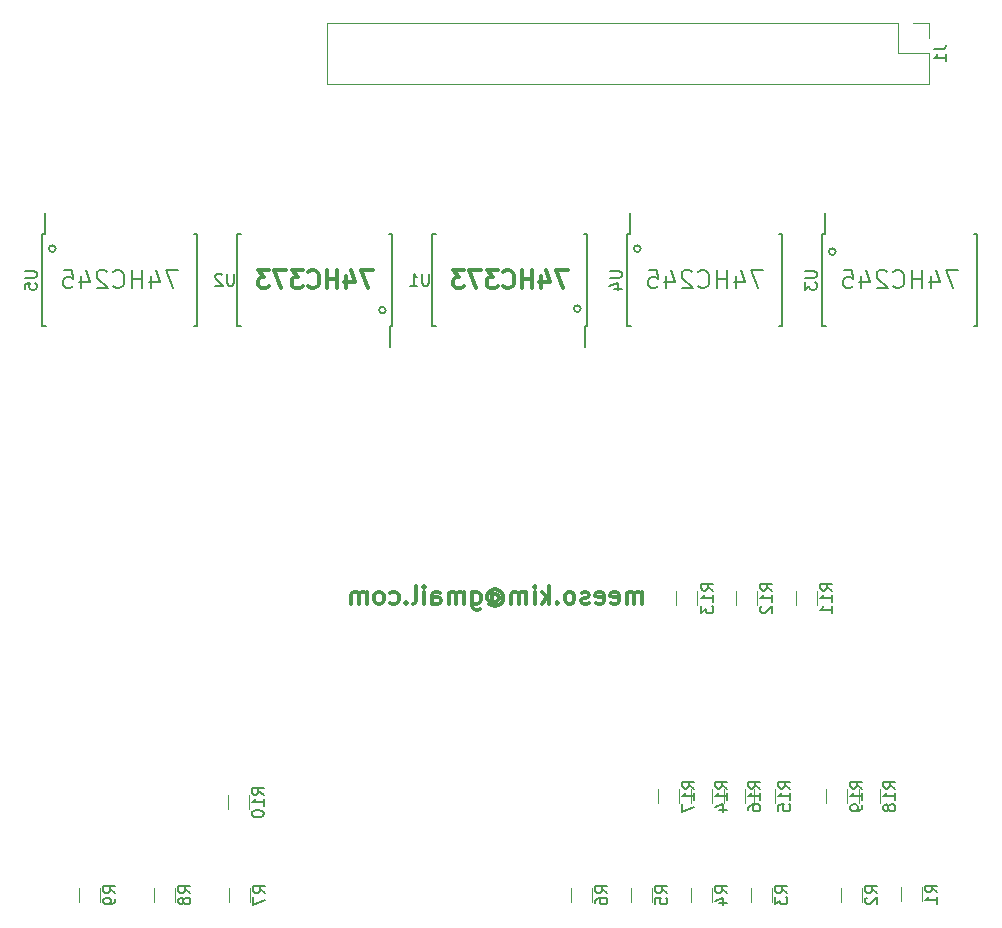
<source format=gbr>
G04 #@! TF.FileFunction,Legend,Bot*
%FSLAX46Y46*%
G04 Gerber Fmt 4.6, Leading zero omitted, Abs format (unit mm)*
G04 Created by KiCad (PCBNEW 4.0.7) date 01/19/18 22:00:22*
%MOMM*%
%LPD*%
G01*
G04 APERTURE LIST*
%ADD10C,0.100000*%
%ADD11C,0.300000*%
%ADD12C,0.200000*%
%ADD13C,0.375000*%
%ADD14C,0.370000*%
%ADD15C,0.120000*%
%ADD16C,0.150000*%
G04 APERTURE END LIST*
D10*
D11*
X182618114Y-103599371D02*
X182618114Y-102599371D01*
X182618114Y-102742229D02*
X182546686Y-102670800D01*
X182403828Y-102599371D01*
X182189543Y-102599371D01*
X182046686Y-102670800D01*
X181975257Y-102813657D01*
X181975257Y-103599371D01*
X181975257Y-102813657D02*
X181903828Y-102670800D01*
X181760971Y-102599371D01*
X181546686Y-102599371D01*
X181403828Y-102670800D01*
X181332400Y-102813657D01*
X181332400Y-103599371D01*
X180046686Y-103527943D02*
X180189543Y-103599371D01*
X180475257Y-103599371D01*
X180618114Y-103527943D01*
X180689543Y-103385086D01*
X180689543Y-102813657D01*
X180618114Y-102670800D01*
X180475257Y-102599371D01*
X180189543Y-102599371D01*
X180046686Y-102670800D01*
X179975257Y-102813657D01*
X179975257Y-102956514D01*
X180689543Y-103099371D01*
X178760972Y-103527943D02*
X178903829Y-103599371D01*
X179189543Y-103599371D01*
X179332400Y-103527943D01*
X179403829Y-103385086D01*
X179403829Y-102813657D01*
X179332400Y-102670800D01*
X179189543Y-102599371D01*
X178903829Y-102599371D01*
X178760972Y-102670800D01*
X178689543Y-102813657D01*
X178689543Y-102956514D01*
X179403829Y-103099371D01*
X178118115Y-103527943D02*
X177975258Y-103599371D01*
X177689543Y-103599371D01*
X177546686Y-103527943D01*
X177475258Y-103385086D01*
X177475258Y-103313657D01*
X177546686Y-103170800D01*
X177689543Y-103099371D01*
X177903829Y-103099371D01*
X178046686Y-103027943D01*
X178118115Y-102885086D01*
X178118115Y-102813657D01*
X178046686Y-102670800D01*
X177903829Y-102599371D01*
X177689543Y-102599371D01*
X177546686Y-102670800D01*
X176618114Y-103599371D02*
X176760972Y-103527943D01*
X176832400Y-103456514D01*
X176903829Y-103313657D01*
X176903829Y-102885086D01*
X176832400Y-102742229D01*
X176760972Y-102670800D01*
X176618114Y-102599371D01*
X176403829Y-102599371D01*
X176260972Y-102670800D01*
X176189543Y-102742229D01*
X176118114Y-102885086D01*
X176118114Y-103313657D01*
X176189543Y-103456514D01*
X176260972Y-103527943D01*
X176403829Y-103599371D01*
X176618114Y-103599371D01*
X175475257Y-103456514D02*
X175403829Y-103527943D01*
X175475257Y-103599371D01*
X175546686Y-103527943D01*
X175475257Y-103456514D01*
X175475257Y-103599371D01*
X174760971Y-103599371D02*
X174760971Y-102099371D01*
X174618114Y-103027943D02*
X174189543Y-103599371D01*
X174189543Y-102599371D02*
X174760971Y-103170800D01*
X173546685Y-103599371D02*
X173546685Y-102599371D01*
X173546685Y-102099371D02*
X173618114Y-102170800D01*
X173546685Y-102242229D01*
X173475257Y-102170800D01*
X173546685Y-102099371D01*
X173546685Y-102242229D01*
X172832399Y-103599371D02*
X172832399Y-102599371D01*
X172832399Y-102742229D02*
X172760971Y-102670800D01*
X172618113Y-102599371D01*
X172403828Y-102599371D01*
X172260971Y-102670800D01*
X172189542Y-102813657D01*
X172189542Y-103599371D01*
X172189542Y-102813657D02*
X172118113Y-102670800D01*
X171975256Y-102599371D01*
X171760971Y-102599371D01*
X171618113Y-102670800D01*
X171546685Y-102813657D01*
X171546685Y-103599371D01*
X169903828Y-102885086D02*
X169975256Y-102813657D01*
X170118113Y-102742229D01*
X170260971Y-102742229D01*
X170403828Y-102813657D01*
X170475256Y-102885086D01*
X170546685Y-103027943D01*
X170546685Y-103170800D01*
X170475256Y-103313657D01*
X170403828Y-103385086D01*
X170260971Y-103456514D01*
X170118113Y-103456514D01*
X169975256Y-103385086D01*
X169903828Y-103313657D01*
X169903828Y-102742229D02*
X169903828Y-103313657D01*
X169832399Y-103385086D01*
X169760971Y-103385086D01*
X169618113Y-103313657D01*
X169546685Y-103170800D01*
X169546685Y-102813657D01*
X169689542Y-102599371D01*
X169903828Y-102456514D01*
X170189542Y-102385086D01*
X170475256Y-102456514D01*
X170689542Y-102599371D01*
X170832399Y-102813657D01*
X170903828Y-103099371D01*
X170832399Y-103385086D01*
X170689542Y-103599371D01*
X170475256Y-103742229D01*
X170189542Y-103813657D01*
X169903828Y-103742229D01*
X169689542Y-103599371D01*
X168260971Y-102599371D02*
X168260971Y-103813657D01*
X168332400Y-103956514D01*
X168403828Y-104027943D01*
X168546685Y-104099371D01*
X168760971Y-104099371D01*
X168903828Y-104027943D01*
X168260971Y-103527943D02*
X168403828Y-103599371D01*
X168689542Y-103599371D01*
X168832400Y-103527943D01*
X168903828Y-103456514D01*
X168975257Y-103313657D01*
X168975257Y-102885086D01*
X168903828Y-102742229D01*
X168832400Y-102670800D01*
X168689542Y-102599371D01*
X168403828Y-102599371D01*
X168260971Y-102670800D01*
X167546685Y-103599371D02*
X167546685Y-102599371D01*
X167546685Y-102742229D02*
X167475257Y-102670800D01*
X167332399Y-102599371D01*
X167118114Y-102599371D01*
X166975257Y-102670800D01*
X166903828Y-102813657D01*
X166903828Y-103599371D01*
X166903828Y-102813657D02*
X166832399Y-102670800D01*
X166689542Y-102599371D01*
X166475257Y-102599371D01*
X166332399Y-102670800D01*
X166260971Y-102813657D01*
X166260971Y-103599371D01*
X164903828Y-103599371D02*
X164903828Y-102813657D01*
X164975257Y-102670800D01*
X165118114Y-102599371D01*
X165403828Y-102599371D01*
X165546685Y-102670800D01*
X164903828Y-103527943D02*
X165046685Y-103599371D01*
X165403828Y-103599371D01*
X165546685Y-103527943D01*
X165618114Y-103385086D01*
X165618114Y-103242229D01*
X165546685Y-103099371D01*
X165403828Y-103027943D01*
X165046685Y-103027943D01*
X164903828Y-102956514D01*
X164189542Y-103599371D02*
X164189542Y-102599371D01*
X164189542Y-102099371D02*
X164260971Y-102170800D01*
X164189542Y-102242229D01*
X164118114Y-102170800D01*
X164189542Y-102099371D01*
X164189542Y-102242229D01*
X163260970Y-103599371D02*
X163403828Y-103527943D01*
X163475256Y-103385086D01*
X163475256Y-102099371D01*
X162689542Y-103456514D02*
X162618114Y-103527943D01*
X162689542Y-103599371D01*
X162760971Y-103527943D01*
X162689542Y-103456514D01*
X162689542Y-103599371D01*
X161332399Y-103527943D02*
X161475256Y-103599371D01*
X161760970Y-103599371D01*
X161903828Y-103527943D01*
X161975256Y-103456514D01*
X162046685Y-103313657D01*
X162046685Y-102885086D01*
X161975256Y-102742229D01*
X161903828Y-102670800D01*
X161760970Y-102599371D01*
X161475256Y-102599371D01*
X161332399Y-102670800D01*
X160475256Y-103599371D02*
X160618114Y-103527943D01*
X160689542Y-103456514D01*
X160760971Y-103313657D01*
X160760971Y-102885086D01*
X160689542Y-102742229D01*
X160618114Y-102670800D01*
X160475256Y-102599371D01*
X160260971Y-102599371D01*
X160118114Y-102670800D01*
X160046685Y-102742229D01*
X159975256Y-102885086D01*
X159975256Y-103313657D01*
X160046685Y-103456514D01*
X160118114Y-103527943D01*
X160260971Y-103599371D01*
X160475256Y-103599371D01*
X159332399Y-103599371D02*
X159332399Y-102599371D01*
X159332399Y-102742229D02*
X159260971Y-102670800D01*
X159118113Y-102599371D01*
X158903828Y-102599371D01*
X158760971Y-102670800D01*
X158689542Y-102813657D01*
X158689542Y-103599371D01*
X158689542Y-102813657D02*
X158618113Y-102670800D01*
X158475256Y-102599371D01*
X158260971Y-102599371D01*
X158118113Y-102670800D01*
X158046685Y-102813657D01*
X158046685Y-103599371D01*
D12*
X199038981Y-73787000D02*
G75*
G03X199038981Y-73787000I-283981J0D01*
G01*
X182528981Y-73533000D02*
G75*
G03X182528981Y-73533000I-283981J0D01*
G01*
X177448981Y-78613000D02*
G75*
G03X177448981Y-78613000I-283981J0D01*
G01*
X160938981Y-78740000D02*
G75*
G03X160938981Y-78740000I-283981J0D01*
G01*
D13*
X176342856Y-75378571D02*
X175342856Y-75378571D01*
X175985713Y-76878571D01*
X174128571Y-75878571D02*
X174128571Y-76878571D01*
X174485714Y-75307143D02*
X174842857Y-76378571D01*
X173914285Y-76378571D01*
X173342857Y-76878571D02*
X173342857Y-75378571D01*
X173342857Y-76092857D02*
X172485714Y-76092857D01*
X172485714Y-76878571D02*
X172485714Y-75378571D01*
X170914285Y-76735714D02*
X170985714Y-76807143D01*
X171200000Y-76878571D01*
X171342857Y-76878571D01*
X171557142Y-76807143D01*
X171700000Y-76664286D01*
X171771428Y-76521429D01*
X171842857Y-76235714D01*
X171842857Y-76021429D01*
X171771428Y-75735714D01*
X171700000Y-75592857D01*
X171557142Y-75450000D01*
X171342857Y-75378571D01*
X171200000Y-75378571D01*
X170985714Y-75450000D01*
X170914285Y-75521429D01*
X170414285Y-75378571D02*
X169485714Y-75378571D01*
X169985714Y-75950000D01*
X169771428Y-75950000D01*
X169628571Y-76021429D01*
X169557142Y-76092857D01*
X169485714Y-76235714D01*
X169485714Y-76592857D01*
X169557142Y-76735714D01*
X169628571Y-76807143D01*
X169771428Y-76878571D01*
X170200000Y-76878571D01*
X170342857Y-76807143D01*
X170414285Y-76735714D01*
X168985714Y-75378571D02*
X167985714Y-75378571D01*
X168628571Y-76878571D01*
X167557143Y-75378571D02*
X166628572Y-75378571D01*
X167128572Y-75950000D01*
X166914286Y-75950000D01*
X166771429Y-76021429D01*
X166700000Y-76092857D01*
X166628572Y-76235714D01*
X166628572Y-76592857D01*
X166700000Y-76735714D01*
X166771429Y-76807143D01*
X166914286Y-76878571D01*
X167342858Y-76878571D01*
X167485715Y-76807143D01*
X167557143Y-76735714D01*
D14*
X159832856Y-75378571D02*
X158832856Y-75378571D01*
X159475713Y-76878571D01*
X157618571Y-75878571D02*
X157618571Y-76878571D01*
X157975714Y-75307143D02*
X158332857Y-76378571D01*
X157404285Y-76378571D01*
X156832857Y-76878571D02*
X156832857Y-75378571D01*
X156832857Y-76092857D02*
X155975714Y-76092857D01*
X155975714Y-76878571D02*
X155975714Y-75378571D01*
X154404285Y-76735714D02*
X154475714Y-76807143D01*
X154690000Y-76878571D01*
X154832857Y-76878571D01*
X155047142Y-76807143D01*
X155190000Y-76664286D01*
X155261428Y-76521429D01*
X155332857Y-76235714D01*
X155332857Y-76021429D01*
X155261428Y-75735714D01*
X155190000Y-75592857D01*
X155047142Y-75450000D01*
X154832857Y-75378571D01*
X154690000Y-75378571D01*
X154475714Y-75450000D01*
X154404285Y-75521429D01*
X153904285Y-75378571D02*
X152975714Y-75378571D01*
X153475714Y-75950000D01*
X153261428Y-75950000D01*
X153118571Y-76021429D01*
X153047142Y-76092857D01*
X152975714Y-76235714D01*
X152975714Y-76592857D01*
X153047142Y-76735714D01*
X153118571Y-76807143D01*
X153261428Y-76878571D01*
X153690000Y-76878571D01*
X153832857Y-76807143D01*
X153904285Y-76735714D01*
X152475714Y-75378571D02*
X151475714Y-75378571D01*
X152118571Y-76878571D01*
X151047143Y-75378571D02*
X150118572Y-75378571D01*
X150618572Y-75950000D01*
X150404286Y-75950000D01*
X150261429Y-76021429D01*
X150190000Y-76092857D01*
X150118572Y-76235714D01*
X150118572Y-76592857D01*
X150190000Y-76735714D01*
X150261429Y-76807143D01*
X150404286Y-76878571D01*
X150832858Y-76878571D01*
X150975715Y-76807143D01*
X151047143Y-76735714D01*
D12*
X143322856Y-75378571D02*
X142322856Y-75378571D01*
X142965713Y-76878571D01*
X141108571Y-75878571D02*
X141108571Y-76878571D01*
X141465714Y-75307143D02*
X141822857Y-76378571D01*
X140894285Y-76378571D01*
X140322857Y-76878571D02*
X140322857Y-75378571D01*
X140322857Y-76092857D02*
X139465714Y-76092857D01*
X139465714Y-76878571D02*
X139465714Y-75378571D01*
X137894285Y-76735714D02*
X137965714Y-76807143D01*
X138180000Y-76878571D01*
X138322857Y-76878571D01*
X138537142Y-76807143D01*
X138680000Y-76664286D01*
X138751428Y-76521429D01*
X138822857Y-76235714D01*
X138822857Y-76021429D01*
X138751428Y-75735714D01*
X138680000Y-75592857D01*
X138537142Y-75450000D01*
X138322857Y-75378571D01*
X138180000Y-75378571D01*
X137965714Y-75450000D01*
X137894285Y-75521429D01*
X137322857Y-75521429D02*
X137251428Y-75450000D01*
X137108571Y-75378571D01*
X136751428Y-75378571D01*
X136608571Y-75450000D01*
X136537142Y-75521429D01*
X136465714Y-75664286D01*
X136465714Y-75807143D01*
X136537142Y-76021429D01*
X137394285Y-76878571D01*
X136465714Y-76878571D01*
X135180000Y-75878571D02*
X135180000Y-76878571D01*
X135537143Y-75307143D02*
X135894286Y-76378571D01*
X134965714Y-76378571D01*
X133680000Y-75378571D02*
X134394286Y-75378571D01*
X134465715Y-76092857D01*
X134394286Y-76021429D01*
X134251429Y-75950000D01*
X133894286Y-75950000D01*
X133751429Y-76021429D01*
X133680000Y-76092857D01*
X133608572Y-76235714D01*
X133608572Y-76592857D01*
X133680000Y-76735714D01*
X133751429Y-76807143D01*
X133894286Y-76878571D01*
X134251429Y-76878571D01*
X134394286Y-76807143D01*
X134465715Y-76735714D01*
X192852856Y-75378571D02*
X191852856Y-75378571D01*
X192495713Y-76878571D01*
X190638571Y-75878571D02*
X190638571Y-76878571D01*
X190995714Y-75307143D02*
X191352857Y-76378571D01*
X190424285Y-76378571D01*
X189852857Y-76878571D02*
X189852857Y-75378571D01*
X189852857Y-76092857D02*
X188995714Y-76092857D01*
X188995714Y-76878571D02*
X188995714Y-75378571D01*
X187424285Y-76735714D02*
X187495714Y-76807143D01*
X187710000Y-76878571D01*
X187852857Y-76878571D01*
X188067142Y-76807143D01*
X188210000Y-76664286D01*
X188281428Y-76521429D01*
X188352857Y-76235714D01*
X188352857Y-76021429D01*
X188281428Y-75735714D01*
X188210000Y-75592857D01*
X188067142Y-75450000D01*
X187852857Y-75378571D01*
X187710000Y-75378571D01*
X187495714Y-75450000D01*
X187424285Y-75521429D01*
X186852857Y-75521429D02*
X186781428Y-75450000D01*
X186638571Y-75378571D01*
X186281428Y-75378571D01*
X186138571Y-75450000D01*
X186067142Y-75521429D01*
X185995714Y-75664286D01*
X185995714Y-75807143D01*
X186067142Y-76021429D01*
X186924285Y-76878571D01*
X185995714Y-76878571D01*
X184710000Y-75878571D02*
X184710000Y-76878571D01*
X185067143Y-75307143D02*
X185424286Y-76378571D01*
X184495714Y-76378571D01*
X183210000Y-75378571D02*
X183924286Y-75378571D01*
X183995715Y-76092857D01*
X183924286Y-76021429D01*
X183781429Y-75950000D01*
X183424286Y-75950000D01*
X183281429Y-76021429D01*
X183210000Y-76092857D01*
X183138572Y-76235714D01*
X183138572Y-76592857D01*
X183210000Y-76735714D01*
X183281429Y-76807143D01*
X183424286Y-76878571D01*
X183781429Y-76878571D01*
X183924286Y-76807143D01*
X183995715Y-76735714D01*
X209362856Y-75378571D02*
X208362856Y-75378571D01*
X209005713Y-76878571D01*
X207148571Y-75878571D02*
X207148571Y-76878571D01*
X207505714Y-75307143D02*
X207862857Y-76378571D01*
X206934285Y-76378571D01*
X206362857Y-76878571D02*
X206362857Y-75378571D01*
X206362857Y-76092857D02*
X205505714Y-76092857D01*
X205505714Y-76878571D02*
X205505714Y-75378571D01*
X203934285Y-76735714D02*
X204005714Y-76807143D01*
X204220000Y-76878571D01*
X204362857Y-76878571D01*
X204577142Y-76807143D01*
X204720000Y-76664286D01*
X204791428Y-76521429D01*
X204862857Y-76235714D01*
X204862857Y-76021429D01*
X204791428Y-75735714D01*
X204720000Y-75592857D01*
X204577142Y-75450000D01*
X204362857Y-75378571D01*
X204220000Y-75378571D01*
X204005714Y-75450000D01*
X203934285Y-75521429D01*
X203362857Y-75521429D02*
X203291428Y-75450000D01*
X203148571Y-75378571D01*
X202791428Y-75378571D01*
X202648571Y-75450000D01*
X202577142Y-75521429D01*
X202505714Y-75664286D01*
X202505714Y-75807143D01*
X202577142Y-76021429D01*
X203434285Y-76878571D01*
X202505714Y-76878571D01*
X201220000Y-75878571D02*
X201220000Y-76878571D01*
X201577143Y-75307143D02*
X201934286Y-76378571D01*
X201005714Y-76378571D01*
X199720000Y-75378571D02*
X200434286Y-75378571D01*
X200505715Y-76092857D01*
X200434286Y-76021429D01*
X200291429Y-75950000D01*
X199934286Y-75950000D01*
X199791429Y-76021429D01*
X199720000Y-76092857D01*
X199648572Y-76235714D01*
X199648572Y-76592857D01*
X199720000Y-76735714D01*
X199791429Y-76807143D01*
X199934286Y-76878571D01*
X200291429Y-76878571D01*
X200434286Y-76807143D01*
X200505715Y-76735714D01*
X132998981Y-73533000D02*
G75*
G03X132998981Y-73533000I-283981J0D01*
G01*
D15*
X204606000Y-127590000D02*
X204606000Y-128790000D01*
X206366000Y-128790000D02*
X206366000Y-127590000D01*
X199526000Y-127670000D02*
X199526000Y-128870000D01*
X201286000Y-128870000D02*
X201286000Y-127670000D01*
X191906000Y-127670000D02*
X191906000Y-128870000D01*
X193666000Y-128870000D02*
X193666000Y-127670000D01*
X186826000Y-127670000D02*
X186826000Y-128870000D01*
X188586000Y-128870000D02*
X188586000Y-127670000D01*
X181746000Y-127670000D02*
X181746000Y-128870000D01*
X183506000Y-128870000D02*
X183506000Y-127670000D01*
X176666000Y-127670000D02*
X176666000Y-128870000D01*
X178426000Y-128870000D02*
X178426000Y-127670000D01*
X147710000Y-127670000D02*
X147710000Y-128870000D01*
X149470000Y-128870000D02*
X149470000Y-127670000D01*
X141360000Y-127670000D02*
X141360000Y-128870000D01*
X143120000Y-128870000D02*
X143120000Y-127670000D01*
X135010000Y-127670000D02*
X135010000Y-128870000D01*
X136770000Y-128870000D02*
X136770000Y-127670000D01*
X147583000Y-119796000D02*
X147583000Y-120996000D01*
X149343000Y-120996000D02*
X149343000Y-119796000D01*
X195716000Y-102524000D02*
X195716000Y-103724000D01*
X197476000Y-103724000D02*
X197476000Y-102524000D01*
D16*
X178025000Y-80075000D02*
X177775000Y-80075000D01*
X178025000Y-72325000D02*
X177690000Y-72325000D01*
X164875000Y-72325000D02*
X165210000Y-72325000D01*
X164875000Y-80075000D02*
X165210000Y-80075000D01*
X178025000Y-80075000D02*
X178025000Y-72325000D01*
X164875000Y-80075000D02*
X164875000Y-72325000D01*
X177775000Y-80075000D02*
X177775000Y-81875000D01*
X161515000Y-80075000D02*
X161265000Y-80075000D01*
X161515000Y-72325000D02*
X161180000Y-72325000D01*
X148365000Y-72325000D02*
X148700000Y-72325000D01*
X148365000Y-80075000D02*
X148700000Y-80075000D01*
X161515000Y-80075000D02*
X161515000Y-72325000D01*
X148365000Y-80075000D02*
X148365000Y-72325000D01*
X161265000Y-80075000D02*
X161265000Y-81875000D01*
X197895000Y-72325000D02*
X198145000Y-72325000D01*
X197895000Y-80075000D02*
X198230000Y-80075000D01*
X211045000Y-80075000D02*
X210710000Y-80075000D01*
X211045000Y-72325000D02*
X210710000Y-72325000D01*
X197895000Y-72325000D02*
X197895000Y-80075000D01*
X211045000Y-72325000D02*
X211045000Y-80075000D01*
X198145000Y-72325000D02*
X198145000Y-70525000D01*
X181385000Y-72325000D02*
X181635000Y-72325000D01*
X181385000Y-80075000D02*
X181720000Y-80075000D01*
X194535000Y-80075000D02*
X194200000Y-80075000D01*
X194535000Y-72325000D02*
X194200000Y-72325000D01*
X181385000Y-72325000D02*
X181385000Y-80075000D01*
X194535000Y-72325000D02*
X194535000Y-80075000D01*
X181635000Y-72325000D02*
X181635000Y-70525000D01*
X131855000Y-72325000D02*
X132105000Y-72325000D01*
X131855000Y-80075000D02*
X132190000Y-80075000D01*
X145005000Y-80075000D02*
X144670000Y-80075000D01*
X145005000Y-72325000D02*
X144670000Y-72325000D01*
X131855000Y-72325000D02*
X131855000Y-80075000D01*
X145005000Y-72325000D02*
X145005000Y-80075000D01*
X132105000Y-72325000D02*
X132105000Y-70525000D01*
D15*
X190636000Y-102524000D02*
X190636000Y-103724000D01*
X192396000Y-103724000D02*
X192396000Y-102524000D01*
X187316000Y-103724000D02*
X187316000Y-102524000D01*
X185556000Y-102524000D02*
X185556000Y-103724000D01*
X204302000Y-54397600D02*
X155982000Y-54397600D01*
X155982000Y-54397600D02*
X155982000Y-59597600D01*
X155982000Y-59597600D02*
X206902000Y-59597600D01*
X206902000Y-59597600D02*
X206902000Y-56997600D01*
X206902000Y-56997600D02*
X204302000Y-56997600D01*
X204302000Y-56997600D02*
X204302000Y-54397600D01*
X205572000Y-54397600D02*
X206902000Y-54397600D01*
X206902000Y-54397600D02*
X206902000Y-55667600D01*
X186826000Y-119288000D02*
X186826000Y-120488000D01*
X188586000Y-120488000D02*
X188586000Y-119288000D01*
X192160000Y-119288000D02*
X192160000Y-120488000D01*
X193920000Y-120488000D02*
X193920000Y-119288000D01*
X189620000Y-119288000D02*
X189620000Y-120488000D01*
X191380000Y-120488000D02*
X191380000Y-119288000D01*
X184032000Y-119288000D02*
X184032000Y-120488000D01*
X185792000Y-120488000D02*
X185792000Y-119288000D01*
X201050000Y-119288000D02*
X201050000Y-120488000D01*
X202810000Y-120488000D02*
X202810000Y-119288000D01*
X198256000Y-119288000D02*
X198256000Y-120488000D01*
X200016000Y-120488000D02*
X200016000Y-119288000D01*
D16*
X207638381Y-128023334D02*
X207162190Y-127690000D01*
X207638381Y-127451905D02*
X206638381Y-127451905D01*
X206638381Y-127832858D01*
X206686000Y-127928096D01*
X206733619Y-127975715D01*
X206828857Y-128023334D01*
X206971714Y-128023334D01*
X207066952Y-127975715D01*
X207114571Y-127928096D01*
X207162190Y-127832858D01*
X207162190Y-127451905D01*
X207638381Y-128975715D02*
X207638381Y-128404286D01*
X207638381Y-128690000D02*
X206638381Y-128690000D01*
X206781238Y-128594762D01*
X206876476Y-128499524D01*
X206924095Y-128404286D01*
X202558381Y-128103334D02*
X202082190Y-127770000D01*
X202558381Y-127531905D02*
X201558381Y-127531905D01*
X201558381Y-127912858D01*
X201606000Y-128008096D01*
X201653619Y-128055715D01*
X201748857Y-128103334D01*
X201891714Y-128103334D01*
X201986952Y-128055715D01*
X202034571Y-128008096D01*
X202082190Y-127912858D01*
X202082190Y-127531905D01*
X201653619Y-128484286D02*
X201606000Y-128531905D01*
X201558381Y-128627143D01*
X201558381Y-128865239D01*
X201606000Y-128960477D01*
X201653619Y-129008096D01*
X201748857Y-129055715D01*
X201844095Y-129055715D01*
X201986952Y-129008096D01*
X202558381Y-128436667D01*
X202558381Y-129055715D01*
X194938381Y-128103334D02*
X194462190Y-127770000D01*
X194938381Y-127531905D02*
X193938381Y-127531905D01*
X193938381Y-127912858D01*
X193986000Y-128008096D01*
X194033619Y-128055715D01*
X194128857Y-128103334D01*
X194271714Y-128103334D01*
X194366952Y-128055715D01*
X194414571Y-128008096D01*
X194462190Y-127912858D01*
X194462190Y-127531905D01*
X193938381Y-128436667D02*
X193938381Y-129055715D01*
X194319333Y-128722381D01*
X194319333Y-128865239D01*
X194366952Y-128960477D01*
X194414571Y-129008096D01*
X194509810Y-129055715D01*
X194747905Y-129055715D01*
X194843143Y-129008096D01*
X194890762Y-128960477D01*
X194938381Y-128865239D01*
X194938381Y-128579524D01*
X194890762Y-128484286D01*
X194843143Y-128436667D01*
X189858381Y-128103334D02*
X189382190Y-127770000D01*
X189858381Y-127531905D02*
X188858381Y-127531905D01*
X188858381Y-127912858D01*
X188906000Y-128008096D01*
X188953619Y-128055715D01*
X189048857Y-128103334D01*
X189191714Y-128103334D01*
X189286952Y-128055715D01*
X189334571Y-128008096D01*
X189382190Y-127912858D01*
X189382190Y-127531905D01*
X189191714Y-128960477D02*
X189858381Y-128960477D01*
X188810762Y-128722381D02*
X189525048Y-128484286D01*
X189525048Y-129103334D01*
X184778381Y-128103334D02*
X184302190Y-127770000D01*
X184778381Y-127531905D02*
X183778381Y-127531905D01*
X183778381Y-127912858D01*
X183826000Y-128008096D01*
X183873619Y-128055715D01*
X183968857Y-128103334D01*
X184111714Y-128103334D01*
X184206952Y-128055715D01*
X184254571Y-128008096D01*
X184302190Y-127912858D01*
X184302190Y-127531905D01*
X183778381Y-129008096D02*
X183778381Y-128531905D01*
X184254571Y-128484286D01*
X184206952Y-128531905D01*
X184159333Y-128627143D01*
X184159333Y-128865239D01*
X184206952Y-128960477D01*
X184254571Y-129008096D01*
X184349810Y-129055715D01*
X184587905Y-129055715D01*
X184683143Y-129008096D01*
X184730762Y-128960477D01*
X184778381Y-128865239D01*
X184778381Y-128627143D01*
X184730762Y-128531905D01*
X184683143Y-128484286D01*
X179698381Y-128103334D02*
X179222190Y-127770000D01*
X179698381Y-127531905D02*
X178698381Y-127531905D01*
X178698381Y-127912858D01*
X178746000Y-128008096D01*
X178793619Y-128055715D01*
X178888857Y-128103334D01*
X179031714Y-128103334D01*
X179126952Y-128055715D01*
X179174571Y-128008096D01*
X179222190Y-127912858D01*
X179222190Y-127531905D01*
X178698381Y-128960477D02*
X178698381Y-128770000D01*
X178746000Y-128674762D01*
X178793619Y-128627143D01*
X178936476Y-128531905D01*
X179126952Y-128484286D01*
X179507905Y-128484286D01*
X179603143Y-128531905D01*
X179650762Y-128579524D01*
X179698381Y-128674762D01*
X179698381Y-128865239D01*
X179650762Y-128960477D01*
X179603143Y-129008096D01*
X179507905Y-129055715D01*
X179269810Y-129055715D01*
X179174571Y-129008096D01*
X179126952Y-128960477D01*
X179079333Y-128865239D01*
X179079333Y-128674762D01*
X179126952Y-128579524D01*
X179174571Y-128531905D01*
X179269810Y-128484286D01*
X150742381Y-128103334D02*
X150266190Y-127770000D01*
X150742381Y-127531905D02*
X149742381Y-127531905D01*
X149742381Y-127912858D01*
X149790000Y-128008096D01*
X149837619Y-128055715D01*
X149932857Y-128103334D01*
X150075714Y-128103334D01*
X150170952Y-128055715D01*
X150218571Y-128008096D01*
X150266190Y-127912858D01*
X150266190Y-127531905D01*
X149742381Y-128436667D02*
X149742381Y-129103334D01*
X150742381Y-128674762D01*
X144392381Y-128103334D02*
X143916190Y-127770000D01*
X144392381Y-127531905D02*
X143392381Y-127531905D01*
X143392381Y-127912858D01*
X143440000Y-128008096D01*
X143487619Y-128055715D01*
X143582857Y-128103334D01*
X143725714Y-128103334D01*
X143820952Y-128055715D01*
X143868571Y-128008096D01*
X143916190Y-127912858D01*
X143916190Y-127531905D01*
X143820952Y-128674762D02*
X143773333Y-128579524D01*
X143725714Y-128531905D01*
X143630476Y-128484286D01*
X143582857Y-128484286D01*
X143487619Y-128531905D01*
X143440000Y-128579524D01*
X143392381Y-128674762D01*
X143392381Y-128865239D01*
X143440000Y-128960477D01*
X143487619Y-129008096D01*
X143582857Y-129055715D01*
X143630476Y-129055715D01*
X143725714Y-129008096D01*
X143773333Y-128960477D01*
X143820952Y-128865239D01*
X143820952Y-128674762D01*
X143868571Y-128579524D01*
X143916190Y-128531905D01*
X144011429Y-128484286D01*
X144201905Y-128484286D01*
X144297143Y-128531905D01*
X144344762Y-128579524D01*
X144392381Y-128674762D01*
X144392381Y-128865239D01*
X144344762Y-128960477D01*
X144297143Y-129008096D01*
X144201905Y-129055715D01*
X144011429Y-129055715D01*
X143916190Y-129008096D01*
X143868571Y-128960477D01*
X143820952Y-128865239D01*
X138042381Y-128103334D02*
X137566190Y-127770000D01*
X138042381Y-127531905D02*
X137042381Y-127531905D01*
X137042381Y-127912858D01*
X137090000Y-128008096D01*
X137137619Y-128055715D01*
X137232857Y-128103334D01*
X137375714Y-128103334D01*
X137470952Y-128055715D01*
X137518571Y-128008096D01*
X137566190Y-127912858D01*
X137566190Y-127531905D01*
X138042381Y-128579524D02*
X138042381Y-128770000D01*
X137994762Y-128865239D01*
X137947143Y-128912858D01*
X137804286Y-129008096D01*
X137613810Y-129055715D01*
X137232857Y-129055715D01*
X137137619Y-129008096D01*
X137090000Y-128960477D01*
X137042381Y-128865239D01*
X137042381Y-128674762D01*
X137090000Y-128579524D01*
X137137619Y-128531905D01*
X137232857Y-128484286D01*
X137470952Y-128484286D01*
X137566190Y-128531905D01*
X137613810Y-128579524D01*
X137661429Y-128674762D01*
X137661429Y-128865239D01*
X137613810Y-128960477D01*
X137566190Y-129008096D01*
X137470952Y-129055715D01*
X150615381Y-119753143D02*
X150139190Y-119419809D01*
X150615381Y-119181714D02*
X149615381Y-119181714D01*
X149615381Y-119562667D01*
X149663000Y-119657905D01*
X149710619Y-119705524D01*
X149805857Y-119753143D01*
X149948714Y-119753143D01*
X150043952Y-119705524D01*
X150091571Y-119657905D01*
X150139190Y-119562667D01*
X150139190Y-119181714D01*
X150615381Y-120705524D02*
X150615381Y-120134095D01*
X150615381Y-120419809D02*
X149615381Y-120419809D01*
X149758238Y-120324571D01*
X149853476Y-120229333D01*
X149901095Y-120134095D01*
X149615381Y-121324571D02*
X149615381Y-121419810D01*
X149663000Y-121515048D01*
X149710619Y-121562667D01*
X149805857Y-121610286D01*
X149996333Y-121657905D01*
X150234429Y-121657905D01*
X150424905Y-121610286D01*
X150520143Y-121562667D01*
X150567762Y-121515048D01*
X150615381Y-121419810D01*
X150615381Y-121324571D01*
X150567762Y-121229333D01*
X150520143Y-121181714D01*
X150424905Y-121134095D01*
X150234429Y-121086476D01*
X149996333Y-121086476D01*
X149805857Y-121134095D01*
X149710619Y-121181714D01*
X149663000Y-121229333D01*
X149615381Y-121324571D01*
X198748381Y-102481143D02*
X198272190Y-102147809D01*
X198748381Y-101909714D02*
X197748381Y-101909714D01*
X197748381Y-102290667D01*
X197796000Y-102385905D01*
X197843619Y-102433524D01*
X197938857Y-102481143D01*
X198081714Y-102481143D01*
X198176952Y-102433524D01*
X198224571Y-102385905D01*
X198272190Y-102290667D01*
X198272190Y-101909714D01*
X198748381Y-103433524D02*
X198748381Y-102862095D01*
X198748381Y-103147809D02*
X197748381Y-103147809D01*
X197891238Y-103052571D01*
X197986476Y-102957333D01*
X198034095Y-102862095D01*
X198748381Y-104385905D02*
X198748381Y-103814476D01*
X198748381Y-104100190D02*
X197748381Y-104100190D01*
X197891238Y-104004952D01*
X197986476Y-103909714D01*
X198034095Y-103814476D01*
X164591905Y-75652381D02*
X164591905Y-76461905D01*
X164544286Y-76557143D01*
X164496667Y-76604762D01*
X164401429Y-76652381D01*
X164210952Y-76652381D01*
X164115714Y-76604762D01*
X164068095Y-76557143D01*
X164020476Y-76461905D01*
X164020476Y-75652381D01*
X163020476Y-76652381D02*
X163591905Y-76652381D01*
X163306191Y-76652381D02*
X163306191Y-75652381D01*
X163401429Y-75795238D01*
X163496667Y-75890476D01*
X163591905Y-75938095D01*
X148081905Y-75652381D02*
X148081905Y-76461905D01*
X148034286Y-76557143D01*
X147986667Y-76604762D01*
X147891429Y-76652381D01*
X147700952Y-76652381D01*
X147605714Y-76604762D01*
X147558095Y-76557143D01*
X147510476Y-76461905D01*
X147510476Y-75652381D01*
X147081905Y-75747619D02*
X147034286Y-75700000D01*
X146939048Y-75652381D01*
X146700952Y-75652381D01*
X146605714Y-75700000D01*
X146558095Y-75747619D01*
X146510476Y-75842857D01*
X146510476Y-75938095D01*
X146558095Y-76080952D01*
X147129524Y-76652381D01*
X146510476Y-76652381D01*
X196422381Y-75438095D02*
X197231905Y-75438095D01*
X197327143Y-75485714D01*
X197374762Y-75533333D01*
X197422381Y-75628571D01*
X197422381Y-75819048D01*
X197374762Y-75914286D01*
X197327143Y-75961905D01*
X197231905Y-76009524D01*
X196422381Y-76009524D01*
X196422381Y-76390476D02*
X196422381Y-77009524D01*
X196803333Y-76676190D01*
X196803333Y-76819048D01*
X196850952Y-76914286D01*
X196898571Y-76961905D01*
X196993810Y-77009524D01*
X197231905Y-77009524D01*
X197327143Y-76961905D01*
X197374762Y-76914286D01*
X197422381Y-76819048D01*
X197422381Y-76533333D01*
X197374762Y-76438095D01*
X197327143Y-76390476D01*
X179912381Y-75438095D02*
X180721905Y-75438095D01*
X180817143Y-75485714D01*
X180864762Y-75533333D01*
X180912381Y-75628571D01*
X180912381Y-75819048D01*
X180864762Y-75914286D01*
X180817143Y-75961905D01*
X180721905Y-76009524D01*
X179912381Y-76009524D01*
X180245714Y-76914286D02*
X180912381Y-76914286D01*
X179864762Y-76676190D02*
X180579048Y-76438095D01*
X180579048Y-77057143D01*
X130382381Y-75438095D02*
X131191905Y-75438095D01*
X131287143Y-75485714D01*
X131334762Y-75533333D01*
X131382381Y-75628571D01*
X131382381Y-75819048D01*
X131334762Y-75914286D01*
X131287143Y-75961905D01*
X131191905Y-76009524D01*
X130382381Y-76009524D01*
X130382381Y-76961905D02*
X130382381Y-76485714D01*
X130858571Y-76438095D01*
X130810952Y-76485714D01*
X130763333Y-76580952D01*
X130763333Y-76819048D01*
X130810952Y-76914286D01*
X130858571Y-76961905D01*
X130953810Y-77009524D01*
X131191905Y-77009524D01*
X131287143Y-76961905D01*
X131334762Y-76914286D01*
X131382381Y-76819048D01*
X131382381Y-76580952D01*
X131334762Y-76485714D01*
X131287143Y-76438095D01*
X193668381Y-102481143D02*
X193192190Y-102147809D01*
X193668381Y-101909714D02*
X192668381Y-101909714D01*
X192668381Y-102290667D01*
X192716000Y-102385905D01*
X192763619Y-102433524D01*
X192858857Y-102481143D01*
X193001714Y-102481143D01*
X193096952Y-102433524D01*
X193144571Y-102385905D01*
X193192190Y-102290667D01*
X193192190Y-101909714D01*
X193668381Y-103433524D02*
X193668381Y-102862095D01*
X193668381Y-103147809D02*
X192668381Y-103147809D01*
X192811238Y-103052571D01*
X192906476Y-102957333D01*
X192954095Y-102862095D01*
X192763619Y-103814476D02*
X192716000Y-103862095D01*
X192668381Y-103957333D01*
X192668381Y-104195429D01*
X192716000Y-104290667D01*
X192763619Y-104338286D01*
X192858857Y-104385905D01*
X192954095Y-104385905D01*
X193096952Y-104338286D01*
X193668381Y-103766857D01*
X193668381Y-104385905D01*
X188666381Y-102481143D02*
X188190190Y-102147809D01*
X188666381Y-101909714D02*
X187666381Y-101909714D01*
X187666381Y-102290667D01*
X187714000Y-102385905D01*
X187761619Y-102433524D01*
X187856857Y-102481143D01*
X187999714Y-102481143D01*
X188094952Y-102433524D01*
X188142571Y-102385905D01*
X188190190Y-102290667D01*
X188190190Y-101909714D01*
X188666381Y-103433524D02*
X188666381Y-102862095D01*
X188666381Y-103147809D02*
X187666381Y-103147809D01*
X187809238Y-103052571D01*
X187904476Y-102957333D01*
X187952095Y-102862095D01*
X187666381Y-103766857D02*
X187666381Y-104385905D01*
X188047333Y-104052571D01*
X188047333Y-104195429D01*
X188094952Y-104290667D01*
X188142571Y-104338286D01*
X188237810Y-104385905D01*
X188475905Y-104385905D01*
X188571143Y-104338286D01*
X188618762Y-104290667D01*
X188666381Y-104195429D01*
X188666381Y-103909714D01*
X188618762Y-103814476D01*
X188571143Y-103766857D01*
X207354381Y-56664267D02*
X208068667Y-56664267D01*
X208211524Y-56616647D01*
X208306762Y-56521409D01*
X208354381Y-56378552D01*
X208354381Y-56283314D01*
X208354381Y-57664267D02*
X208354381Y-57092838D01*
X208354381Y-57378552D02*
X207354381Y-57378552D01*
X207497238Y-57283314D01*
X207592476Y-57188076D01*
X207640095Y-57092838D01*
X189858381Y-119245143D02*
X189382190Y-118911809D01*
X189858381Y-118673714D02*
X188858381Y-118673714D01*
X188858381Y-119054667D01*
X188906000Y-119149905D01*
X188953619Y-119197524D01*
X189048857Y-119245143D01*
X189191714Y-119245143D01*
X189286952Y-119197524D01*
X189334571Y-119149905D01*
X189382190Y-119054667D01*
X189382190Y-118673714D01*
X189858381Y-120197524D02*
X189858381Y-119626095D01*
X189858381Y-119911809D02*
X188858381Y-119911809D01*
X189001238Y-119816571D01*
X189096476Y-119721333D01*
X189144095Y-119626095D01*
X189191714Y-121054667D02*
X189858381Y-121054667D01*
X188810762Y-120816571D02*
X189525048Y-120578476D01*
X189525048Y-121197524D01*
X195192381Y-119245143D02*
X194716190Y-118911809D01*
X195192381Y-118673714D02*
X194192381Y-118673714D01*
X194192381Y-119054667D01*
X194240000Y-119149905D01*
X194287619Y-119197524D01*
X194382857Y-119245143D01*
X194525714Y-119245143D01*
X194620952Y-119197524D01*
X194668571Y-119149905D01*
X194716190Y-119054667D01*
X194716190Y-118673714D01*
X195192381Y-120197524D02*
X195192381Y-119626095D01*
X195192381Y-119911809D02*
X194192381Y-119911809D01*
X194335238Y-119816571D01*
X194430476Y-119721333D01*
X194478095Y-119626095D01*
X194192381Y-121102286D02*
X194192381Y-120626095D01*
X194668571Y-120578476D01*
X194620952Y-120626095D01*
X194573333Y-120721333D01*
X194573333Y-120959429D01*
X194620952Y-121054667D01*
X194668571Y-121102286D01*
X194763810Y-121149905D01*
X195001905Y-121149905D01*
X195097143Y-121102286D01*
X195144762Y-121054667D01*
X195192381Y-120959429D01*
X195192381Y-120721333D01*
X195144762Y-120626095D01*
X195097143Y-120578476D01*
X192652381Y-119245143D02*
X192176190Y-118911809D01*
X192652381Y-118673714D02*
X191652381Y-118673714D01*
X191652381Y-119054667D01*
X191700000Y-119149905D01*
X191747619Y-119197524D01*
X191842857Y-119245143D01*
X191985714Y-119245143D01*
X192080952Y-119197524D01*
X192128571Y-119149905D01*
X192176190Y-119054667D01*
X192176190Y-118673714D01*
X192652381Y-120197524D02*
X192652381Y-119626095D01*
X192652381Y-119911809D02*
X191652381Y-119911809D01*
X191795238Y-119816571D01*
X191890476Y-119721333D01*
X191938095Y-119626095D01*
X191652381Y-121054667D02*
X191652381Y-120864190D01*
X191700000Y-120768952D01*
X191747619Y-120721333D01*
X191890476Y-120626095D01*
X192080952Y-120578476D01*
X192461905Y-120578476D01*
X192557143Y-120626095D01*
X192604762Y-120673714D01*
X192652381Y-120768952D01*
X192652381Y-120959429D01*
X192604762Y-121054667D01*
X192557143Y-121102286D01*
X192461905Y-121149905D01*
X192223810Y-121149905D01*
X192128571Y-121102286D01*
X192080952Y-121054667D01*
X192033333Y-120959429D01*
X192033333Y-120768952D01*
X192080952Y-120673714D01*
X192128571Y-120626095D01*
X192223810Y-120578476D01*
X187064381Y-119245143D02*
X186588190Y-118911809D01*
X187064381Y-118673714D02*
X186064381Y-118673714D01*
X186064381Y-119054667D01*
X186112000Y-119149905D01*
X186159619Y-119197524D01*
X186254857Y-119245143D01*
X186397714Y-119245143D01*
X186492952Y-119197524D01*
X186540571Y-119149905D01*
X186588190Y-119054667D01*
X186588190Y-118673714D01*
X187064381Y-120197524D02*
X187064381Y-119626095D01*
X187064381Y-119911809D02*
X186064381Y-119911809D01*
X186207238Y-119816571D01*
X186302476Y-119721333D01*
X186350095Y-119626095D01*
X186064381Y-120530857D02*
X186064381Y-121197524D01*
X187064381Y-120768952D01*
X204082381Y-119245143D02*
X203606190Y-118911809D01*
X204082381Y-118673714D02*
X203082381Y-118673714D01*
X203082381Y-119054667D01*
X203130000Y-119149905D01*
X203177619Y-119197524D01*
X203272857Y-119245143D01*
X203415714Y-119245143D01*
X203510952Y-119197524D01*
X203558571Y-119149905D01*
X203606190Y-119054667D01*
X203606190Y-118673714D01*
X204082381Y-120197524D02*
X204082381Y-119626095D01*
X204082381Y-119911809D02*
X203082381Y-119911809D01*
X203225238Y-119816571D01*
X203320476Y-119721333D01*
X203368095Y-119626095D01*
X203510952Y-120768952D02*
X203463333Y-120673714D01*
X203415714Y-120626095D01*
X203320476Y-120578476D01*
X203272857Y-120578476D01*
X203177619Y-120626095D01*
X203130000Y-120673714D01*
X203082381Y-120768952D01*
X203082381Y-120959429D01*
X203130000Y-121054667D01*
X203177619Y-121102286D01*
X203272857Y-121149905D01*
X203320476Y-121149905D01*
X203415714Y-121102286D01*
X203463333Y-121054667D01*
X203510952Y-120959429D01*
X203510952Y-120768952D01*
X203558571Y-120673714D01*
X203606190Y-120626095D01*
X203701429Y-120578476D01*
X203891905Y-120578476D01*
X203987143Y-120626095D01*
X204034762Y-120673714D01*
X204082381Y-120768952D01*
X204082381Y-120959429D01*
X204034762Y-121054667D01*
X203987143Y-121102286D01*
X203891905Y-121149905D01*
X203701429Y-121149905D01*
X203606190Y-121102286D01*
X203558571Y-121054667D01*
X203510952Y-120959429D01*
X201288381Y-119245143D02*
X200812190Y-118911809D01*
X201288381Y-118673714D02*
X200288381Y-118673714D01*
X200288381Y-119054667D01*
X200336000Y-119149905D01*
X200383619Y-119197524D01*
X200478857Y-119245143D01*
X200621714Y-119245143D01*
X200716952Y-119197524D01*
X200764571Y-119149905D01*
X200812190Y-119054667D01*
X200812190Y-118673714D01*
X201288381Y-120197524D02*
X201288381Y-119626095D01*
X201288381Y-119911809D02*
X200288381Y-119911809D01*
X200431238Y-119816571D01*
X200526476Y-119721333D01*
X200574095Y-119626095D01*
X201288381Y-120673714D02*
X201288381Y-120864190D01*
X201240762Y-120959429D01*
X201193143Y-121007048D01*
X201050286Y-121102286D01*
X200859810Y-121149905D01*
X200478857Y-121149905D01*
X200383619Y-121102286D01*
X200336000Y-121054667D01*
X200288381Y-120959429D01*
X200288381Y-120768952D01*
X200336000Y-120673714D01*
X200383619Y-120626095D01*
X200478857Y-120578476D01*
X200716952Y-120578476D01*
X200812190Y-120626095D01*
X200859810Y-120673714D01*
X200907429Y-120768952D01*
X200907429Y-120959429D01*
X200859810Y-121054667D01*
X200812190Y-121102286D01*
X200716952Y-121149905D01*
M02*

</source>
